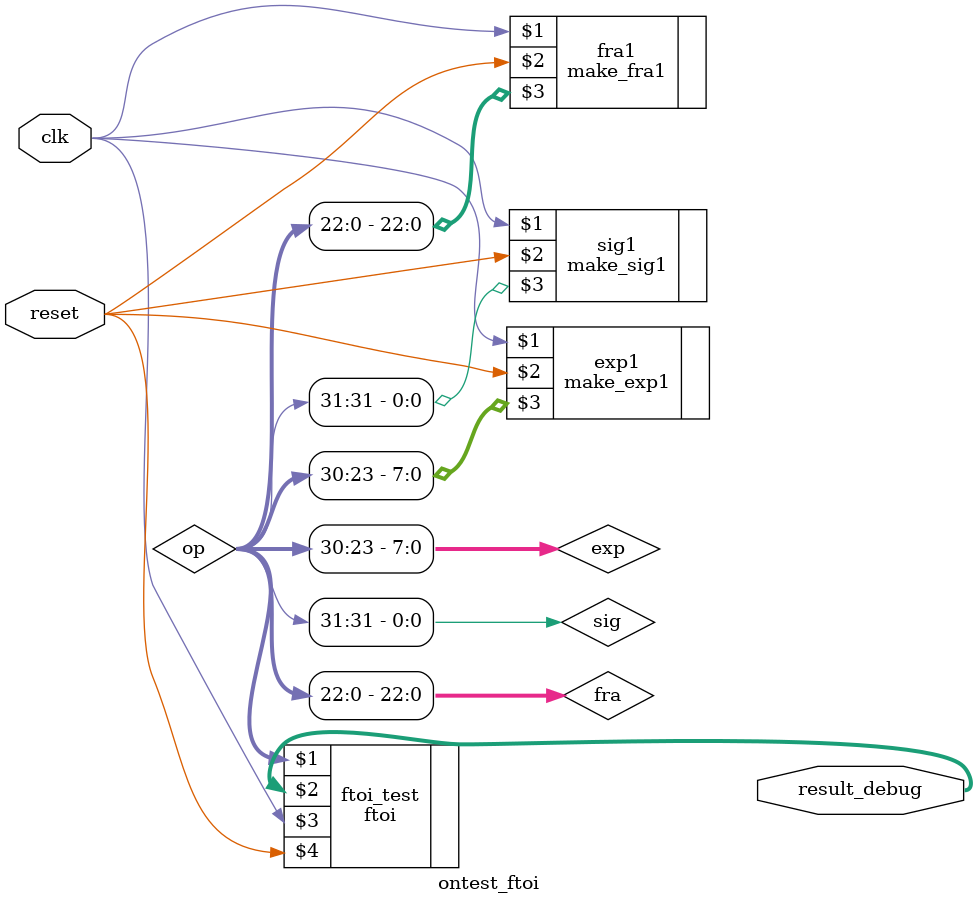
<source format=v>
`timescale 1us / 100ns
`default_nettype wire
module ontest_ftoi (
    input wire clk,
    input wire reset,
    (* mark_debug = "true" *) output wire [31:0] result_debug
);

wire sig;
wire [7:0] exp;
wire [22:0] fra;

make_sig1 sig1(clk, reset, sig);
make_exp1 exp1(clk, reset, exp);
make_fra1 fra1(clk, reset, fra);

(* mark_debug = "true" *) wire [31:0] op;
assign op = {sig, exp, fra};

ftoi ftoi_test(op, result_debug, clk, reset);
    
endmodule

`default_nettype wire

</source>
